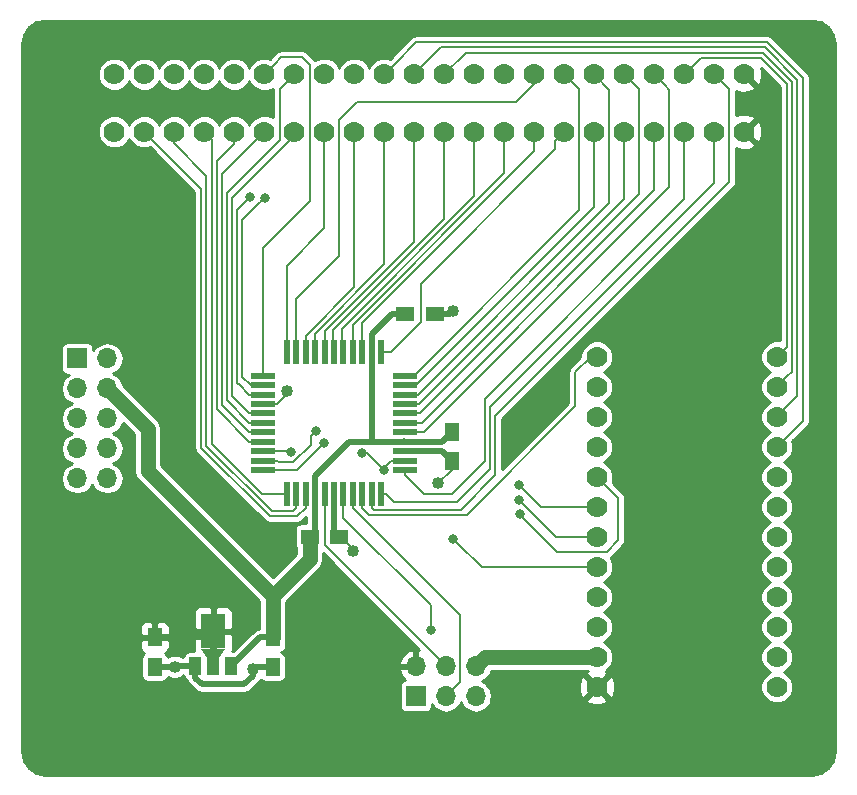
<source format=gtl>
G04 #@! TF.FileFunction,Copper,L1,Top,Signal*
%FSLAX46Y46*%
G04 Gerber Fmt 4.6, Leading zero omitted, Abs format (unit mm)*
G04 Created by KiCad (PCBNEW 4.0.1-stable) date Monday, April 10, 2017 'AMt' 12:08:22 AM*
%MOMM*%
G01*
G04 APERTURE LIST*
%ADD10C,0.100000*%
%ADD11R,1.250000X1.500000*%
%ADD12R,1.500000X1.250000*%
%ADD13R,2.000000X0.500000*%
%ADD14R,0.500000X2.000000*%
%ADD15R,1.000000X1.500000*%
%ADD16R,2.000000X3.000000*%
%ADD17R,1.700000X1.700000*%
%ADD18O,1.700000X1.700000*%
%ADD19C,1.778000*%
%ADD20C,1.016000*%
%ADD21C,0.812800*%
%ADD22C,0.508000*%
%ADD23C,1.270000*%
%ADD24C,0.177800*%
%ADD25C,0.254000*%
G04 APERTURE END LIST*
D10*
D11*
X167020000Y-85390000D03*
X167020000Y-87890000D03*
D12*
X154940000Y-94280000D03*
X157440000Y-94280000D03*
D11*
X141820000Y-102800000D03*
X141820000Y-105300000D03*
X151800000Y-102800000D03*
X151800000Y-105300000D03*
D13*
X151010000Y-80640000D03*
X151010000Y-81440000D03*
X151010000Y-82240000D03*
X151010000Y-83040000D03*
X151010000Y-83840000D03*
X151010000Y-84640000D03*
X151010000Y-85440000D03*
X151010000Y-86240000D03*
X151010000Y-87040000D03*
X151010000Y-87840000D03*
X151010000Y-88640000D03*
D14*
X153010000Y-90640000D03*
X153810000Y-90640000D03*
X154610000Y-90640000D03*
X155410000Y-90640000D03*
X156210000Y-90640000D03*
X157010000Y-90640000D03*
X157810000Y-90640000D03*
X158610000Y-90640000D03*
X159410000Y-90640000D03*
X160210000Y-90640000D03*
X161010000Y-90640000D03*
D13*
X163010000Y-88640000D03*
X163010000Y-87840000D03*
X163010000Y-87040000D03*
X163010000Y-86240000D03*
X163010000Y-85440000D03*
X163010000Y-84640000D03*
X163010000Y-83840000D03*
X163010000Y-83040000D03*
X163010000Y-82240000D03*
X163010000Y-81440000D03*
X163010000Y-80640000D03*
D14*
X161010000Y-78640000D03*
X160210000Y-78640000D03*
X159410000Y-78640000D03*
X158610000Y-78640000D03*
X157810000Y-78640000D03*
X157010000Y-78640000D03*
X156210000Y-78640000D03*
X155410000Y-78640000D03*
X154610000Y-78640000D03*
X153810000Y-78640000D03*
X153010000Y-78640000D03*
D15*
X145280000Y-105250000D03*
X146780000Y-105250000D03*
X148280000Y-105250000D03*
D16*
X146780000Y-102290000D03*
D10*
G36*
X147780000Y-103765000D02*
X147280000Y-104515000D01*
X146280000Y-104515000D01*
X145780000Y-103765000D01*
X147780000Y-103765000D01*
X147780000Y-103765000D01*
G37*
D17*
X163930000Y-107780000D03*
D18*
X163930000Y-105240000D03*
X166470000Y-107780000D03*
X166470000Y-105240000D03*
X169010000Y-107780000D03*
X169010000Y-105240000D03*
D17*
X135260000Y-79180000D03*
D18*
X137800000Y-79180000D03*
X135260000Y-81720000D03*
X137800000Y-81720000D03*
X135260000Y-84260000D03*
X137800000Y-84260000D03*
X135260000Y-86800000D03*
X137800000Y-86800000D03*
X135260000Y-89340000D03*
X137800000Y-89340000D03*
D19*
X179270000Y-107000000D03*
X194510000Y-107000000D03*
X179270000Y-104460000D03*
X194510000Y-104460000D03*
X179270000Y-101920000D03*
X194510000Y-101920000D03*
X179270000Y-99380000D03*
X194510000Y-99380000D03*
X179270000Y-96840000D03*
X194510000Y-96840000D03*
X179270000Y-94300000D03*
X194510000Y-94300000D03*
X179270000Y-91760000D03*
X194510000Y-91760000D03*
X179270000Y-89220000D03*
X194510000Y-89220000D03*
X179270000Y-86680000D03*
X194510000Y-86680000D03*
X179270000Y-84140000D03*
X194510000Y-84140000D03*
X179270000Y-81600000D03*
X194510000Y-81600000D03*
X179270000Y-79060000D03*
X194510000Y-79060000D03*
X191750000Y-55140000D03*
X191750000Y-59991400D03*
X189210000Y-55140000D03*
X189210000Y-59991400D03*
X186670000Y-55140000D03*
X186670000Y-59991400D03*
X184130000Y-55140000D03*
X184130000Y-59991400D03*
X181590000Y-55140000D03*
X181590000Y-59991400D03*
X179050000Y-55140000D03*
X179050000Y-59991400D03*
X176510000Y-55140000D03*
X176510000Y-59991400D03*
X173970000Y-55140000D03*
X173970000Y-59991400D03*
X171430000Y-55140000D03*
X171430000Y-59991400D03*
X168890000Y-55140000D03*
X168890000Y-59991400D03*
X166350000Y-55140000D03*
X166350000Y-59991400D03*
X163810000Y-55140000D03*
X163810000Y-59991400D03*
X161270000Y-55140000D03*
X161270000Y-59991400D03*
X158730000Y-55140000D03*
X158730000Y-59991400D03*
X156190000Y-55140000D03*
X156190000Y-59991400D03*
X153650000Y-55140000D03*
X153650000Y-59991400D03*
X151110000Y-55140000D03*
X151110000Y-59991400D03*
X148570000Y-55140000D03*
X148570000Y-59991400D03*
X146030000Y-55140000D03*
X146030000Y-59991400D03*
X143490000Y-55140000D03*
X143490000Y-59991400D03*
X140950000Y-55140000D03*
X140950000Y-59991400D03*
X138410000Y-55140000D03*
X138410000Y-59991400D03*
D12*
X163060000Y-75440000D03*
X165560000Y-75440000D03*
D20*
X165770000Y-89760002D03*
X167110000Y-75140000D03*
X152990000Y-81940000D03*
X158610000Y-95490000D03*
X150120000Y-105450000D03*
X143530000Y-105270000D03*
D21*
X151150000Y-65570000D03*
X149860000Y-65550000D03*
X153330000Y-87120000D03*
X167120000Y-94450000D03*
X155450000Y-85360000D03*
X172650000Y-89890000D03*
X156172518Y-86367480D03*
X172680000Y-91180000D03*
X159360000Y-87179998D03*
X172720000Y-92380000D03*
X161210000Y-88589320D03*
X165220000Y-102150000D03*
D22*
X160245598Y-86235598D02*
X158306402Y-86235598D01*
X155410000Y-89132000D02*
X155410000Y-90640000D01*
X160250000Y-86240000D02*
X160245598Y-86235598D01*
X158306402Y-86235598D02*
X155410000Y-89132000D01*
X160210000Y-78640000D02*
X160210000Y-80148000D01*
X160210000Y-80148000D02*
X160250000Y-80188000D01*
X160250000Y-80188000D02*
X160250000Y-86240000D01*
X160210000Y-78640000D02*
X160210000Y-77132000D01*
X160210000Y-77132000D02*
X161902000Y-75440000D01*
X161902000Y-75440000D02*
X162935000Y-75440000D01*
X162935000Y-75440000D02*
X163060000Y-75440000D01*
X163010000Y-86240000D02*
X160250000Y-86240000D01*
X163010000Y-86240000D02*
X162968001Y-86198001D01*
X155410000Y-90640000D02*
X155410000Y-93810000D01*
X155410000Y-93810000D02*
X154940000Y-94280000D01*
D23*
X154940000Y-94280000D02*
X154940000Y-96175000D01*
X154940000Y-96175000D02*
X151845000Y-99270000D01*
X151845000Y-99270000D02*
X151800000Y-99270000D01*
D22*
X163010000Y-86240000D02*
X166170000Y-86240000D01*
X166170000Y-86240000D02*
X167020000Y-85390000D01*
D23*
X137800000Y-81720000D02*
X141220000Y-85140000D01*
X141220000Y-85140000D02*
X141220000Y-88690000D01*
X141220000Y-88690000D02*
X151800000Y-99270000D01*
X151800000Y-99270000D02*
X151800000Y-102675000D01*
X151800000Y-102675000D02*
X151800000Y-102800000D01*
D22*
X151800000Y-102800000D02*
X150730000Y-102800000D01*
X150730000Y-102800000D02*
X148280000Y-105250000D01*
D24*
X167020000Y-87890000D02*
X167020000Y-88590000D01*
X167020000Y-88590000D02*
X165849998Y-89760002D01*
X165849998Y-89760002D02*
X165770000Y-89760002D01*
D22*
X165560000Y-75440000D02*
X166810000Y-75440000D01*
X166810000Y-75440000D02*
X167110000Y-75140000D01*
D24*
X151010000Y-83040000D02*
X152187800Y-83040000D01*
X152187800Y-83040000D02*
X152990000Y-82237800D01*
X152990000Y-82237800D02*
X152990000Y-81940000D01*
X157440000Y-94280000D02*
X157530000Y-94280000D01*
X157530000Y-94280000D02*
X158610000Y-95360000D01*
X158610000Y-95360000D02*
X158610000Y-95490000D01*
D22*
X157010000Y-90640000D02*
X157010000Y-93850000D01*
X157010000Y-93850000D02*
X157440000Y-94280000D01*
X163010000Y-87040000D02*
X166170000Y-87040000D01*
X166170000Y-87040000D02*
X167020000Y-87890000D01*
D23*
X169010000Y-105240000D02*
X169750000Y-104500000D01*
X169750000Y-104500000D02*
X179230000Y-104500000D01*
X179230000Y-104500000D02*
X179270000Y-104460000D01*
D22*
X150120000Y-105450000D02*
X150120000Y-106050000D01*
X150120000Y-106050000D02*
X149420000Y-106750000D01*
X149420000Y-106750000D02*
X145790000Y-106750000D01*
X145790000Y-106750000D02*
X145280000Y-106240000D01*
X145280000Y-106240000D02*
X145280000Y-105250000D01*
X151800000Y-105300000D02*
X150270000Y-105300000D01*
X150270000Y-105300000D02*
X150120000Y-105450000D01*
X143530000Y-105270000D02*
X141850000Y-105270000D01*
X141850000Y-105270000D02*
X141820000Y-105300000D01*
X145280000Y-105250000D02*
X143550000Y-105250000D01*
X143550000Y-105250000D02*
X143530000Y-105270000D01*
X141820000Y-102800000D02*
X141820000Y-102925000D01*
X146780000Y-104140000D02*
X146780000Y-105250000D01*
X146780000Y-102290000D02*
X146780000Y-104140000D01*
X141820000Y-102800000D02*
X146270000Y-102800000D01*
X146270000Y-102800000D02*
X146780000Y-102290000D01*
D24*
X189210000Y-55140000D02*
X190470000Y-56400000D01*
X190470000Y-56400000D02*
X190470000Y-64270000D01*
X160375101Y-91982901D02*
X160210000Y-91817800D01*
X190470000Y-64270000D02*
X170663622Y-84076378D01*
X170663622Y-84076378D02*
X170663622Y-89046378D01*
X170663622Y-89046378D02*
X167727099Y-91982901D01*
X167727099Y-91982901D02*
X160375101Y-91982901D01*
X160210000Y-91817800D02*
X160210000Y-90640000D01*
X189210000Y-59991400D02*
X189210000Y-64300000D01*
X189210000Y-64300000D02*
X170231811Y-83278189D01*
X170231811Y-83278189D02*
X170231811Y-88548189D01*
X170231811Y-88548189D02*
X167460000Y-91320000D01*
X167460000Y-91320000D02*
X162117800Y-91320000D01*
X161437800Y-90640000D02*
X161010000Y-90640000D01*
X162117800Y-91320000D02*
X161437800Y-90640000D01*
X194510000Y-79060000D02*
X195380000Y-78190000D01*
X195380000Y-78190000D02*
X195380000Y-55962016D01*
X195380000Y-55962016D02*
X193137984Y-53720000D01*
X193137984Y-53720000D02*
X188090000Y-53720000D01*
X188090000Y-53720000D02*
X187558999Y-54251001D01*
X187558999Y-54251001D02*
X186670000Y-55140000D01*
X163010000Y-89067800D02*
X163010000Y-88640000D01*
X164593102Y-90650902D02*
X163010000Y-89067800D01*
X167009098Y-90650902D02*
X164593102Y-90650902D01*
X169800000Y-87860000D02*
X167009098Y-90650902D01*
X186670000Y-59991400D02*
X186670000Y-65720000D01*
X186670000Y-65720000D02*
X169800000Y-82590000D01*
X169800000Y-82590000D02*
X169800000Y-87860000D01*
X163010000Y-85440000D02*
X164640000Y-85440000D01*
X164640000Y-85440000D02*
X185410000Y-64670000D01*
X185410000Y-56420000D02*
X185018999Y-56028999D01*
X185410000Y-64670000D02*
X185410000Y-56420000D01*
X185018999Y-56028999D02*
X184130000Y-55140000D01*
X184130000Y-61248635D02*
X184130000Y-59991400D01*
X184130000Y-64952688D02*
X184130000Y-61248635D01*
X164442688Y-84640000D02*
X184130000Y-64952688D01*
X163010000Y-84640000D02*
X164442688Y-84640000D01*
X181590000Y-55140000D02*
X182860000Y-56410000D01*
X182860000Y-65280000D02*
X164300000Y-83840000D01*
X182860000Y-56410000D02*
X182860000Y-65280000D01*
X164300000Y-83840000D02*
X163010000Y-83840000D01*
X181590000Y-59991400D02*
X181590000Y-65660000D01*
X181590000Y-65660000D02*
X164210000Y-83040000D01*
X164210000Y-83040000D02*
X163010000Y-83040000D01*
X179050000Y-55140000D02*
X180330000Y-56420000D01*
X164090000Y-82240000D02*
X163010000Y-82240000D01*
X180330000Y-56420000D02*
X180330000Y-66000000D01*
X180330000Y-66000000D02*
X164090000Y-82240000D01*
X179050000Y-59991400D02*
X179050000Y-66370000D01*
X179050000Y-66370000D02*
X163980000Y-81440000D01*
X163980000Y-81440000D02*
X163010000Y-81440000D01*
X176510000Y-55140000D02*
X177770000Y-56400000D01*
X177770000Y-56400000D02*
X177770000Y-66610000D01*
X177770000Y-66610000D02*
X163740000Y-80640000D01*
X163740000Y-80640000D02*
X163010000Y-80640000D01*
X176510000Y-59991400D02*
X175748001Y-60753399D01*
X175748001Y-60753399D02*
X175748001Y-61493343D01*
X175748001Y-61493343D02*
X164370672Y-72870672D01*
X164370672Y-72870672D02*
X164370672Y-76121550D01*
X164370672Y-76121550D02*
X161852222Y-78640000D01*
X161852222Y-78640000D02*
X161010000Y-78640000D01*
X153810000Y-78640000D02*
X153810000Y-74110000D01*
X153810000Y-74110000D02*
X157421901Y-70498099D01*
X157421901Y-70498099D02*
X157421901Y-59008099D01*
X157421901Y-59008099D02*
X158960000Y-57470000D01*
X172410000Y-57470000D02*
X173960000Y-55920000D01*
X158960000Y-57470000D02*
X172410000Y-57470000D01*
X173960000Y-55920000D02*
X173960000Y-55150000D01*
X173960000Y-55150000D02*
X173970000Y-55140000D01*
X173970000Y-61584032D02*
X173970000Y-61248635D01*
X173970000Y-61248635D02*
X173970000Y-59991400D01*
X159410000Y-76144032D02*
X173970000Y-61584032D01*
X159410000Y-78640000D02*
X159410000Y-76144032D01*
X158610000Y-76333360D02*
X158610000Y-77462200D01*
X171430000Y-63513360D02*
X158610000Y-76333360D01*
X171430000Y-59991400D02*
X171430000Y-63513360D01*
X158610000Y-77462200D02*
X158610000Y-78640000D01*
X168890000Y-61248635D02*
X168890000Y-59991400D01*
X168890000Y-65442688D02*
X168890000Y-61248635D01*
X157680000Y-76652688D02*
X168890000Y-65442688D01*
X157680000Y-78430000D02*
X157680000Y-76652688D01*
X143490000Y-59991400D02*
X143490000Y-60980000D01*
X153810000Y-91817800D02*
X153810000Y-90640000D01*
X143490000Y-60980000D02*
X146207323Y-63697323D01*
X146207323Y-86566651D02*
X151728861Y-92088189D01*
X146207323Y-63697323D02*
X146207323Y-86566651D01*
X151728861Y-92088189D02*
X153539611Y-92088189D01*
X153539611Y-92088189D02*
X153810000Y-91817800D01*
X166350000Y-67372016D02*
X166350000Y-61248635D01*
X166350000Y-61248635D02*
X166350000Y-59991400D01*
X156940000Y-78470000D02*
X156940000Y-76782016D01*
X156940000Y-76782016D02*
X166350000Y-67372016D01*
X154610000Y-90640000D02*
X154610000Y-91817800D01*
X154610000Y-91817800D02*
X153907800Y-92520000D01*
X153907800Y-92520000D02*
X151550000Y-92520000D01*
X140950000Y-60030000D02*
X140950000Y-59991400D01*
X151550000Y-92520000D02*
X145775512Y-86745512D01*
X145775512Y-86745512D02*
X145775512Y-64855512D01*
X145775512Y-64855512D02*
X140950000Y-60030000D01*
X156210000Y-76901344D02*
X156210000Y-78700000D01*
X163810000Y-69301344D02*
X156210000Y-76901344D01*
X163810000Y-59991400D02*
X163810000Y-69301344D01*
X155380000Y-77120672D02*
X155380000Y-78870000D01*
X161270000Y-71230672D02*
X155380000Y-77120672D01*
X161270000Y-59991400D02*
X161270000Y-71230672D01*
X149942778Y-81440000D02*
X149230000Y-80727222D01*
X149230000Y-67490000D02*
X150743601Y-65976399D01*
X151010000Y-81440000D02*
X149942778Y-81440000D01*
X149230000Y-80727222D02*
X149230000Y-67490000D01*
X150743601Y-65976399D02*
X151150000Y-65570000D01*
X158730000Y-73160000D02*
X154610000Y-77280000D01*
X158730000Y-59991400D02*
X158730000Y-73160000D01*
X154610000Y-77280000D02*
X154610000Y-78730000D01*
X151010000Y-82240000D02*
X149832200Y-82240000D01*
X149832200Y-82240000D02*
X148952200Y-81360000D01*
X148952200Y-81360000D02*
X148910000Y-81360000D01*
X148910000Y-81360000D02*
X148798189Y-81248189D01*
X148798189Y-81248189D02*
X148798189Y-66611811D01*
X148798189Y-66611811D02*
X149860000Y-65550000D01*
X156190000Y-59991400D02*
X156190000Y-68170000D01*
X156190000Y-68170000D02*
X153010000Y-71350000D01*
X153010000Y-71350000D02*
X153010000Y-77462200D01*
X153010000Y-77462200D02*
X153010000Y-78640000D01*
X147934567Y-65185433D02*
X152418099Y-60701901D01*
X152761001Y-56028999D02*
X153650000Y-55140000D01*
X152418099Y-60701901D02*
X152418099Y-56371901D01*
X152418099Y-56371901D02*
X152761001Y-56028999D01*
X147934567Y-82742367D02*
X147934567Y-65185433D01*
X149832200Y-84640000D02*
X147934567Y-82742367D01*
X151010000Y-84640000D02*
X149832200Y-84640000D01*
X148366378Y-65603622D02*
X148366378Y-82374178D01*
X153650000Y-60320000D02*
X148366378Y-65603622D01*
X153650000Y-59991400D02*
X153650000Y-60320000D01*
X148366378Y-82374178D02*
X149832200Y-83840000D01*
X149832200Y-83840000D02*
X151010000Y-83840000D01*
X151010000Y-80640000D02*
X151010000Y-69800000D01*
X151998999Y-54251001D02*
X151110000Y-55140000D01*
X151010000Y-69800000D02*
X154958099Y-65851901D01*
X154958099Y-65851901D02*
X154958099Y-54338099D01*
X154958099Y-54338099D02*
X154310000Y-53690000D01*
X154310000Y-53690000D02*
X152560000Y-53690000D01*
X152560000Y-53690000D02*
X151998999Y-54251001D01*
X150221001Y-60880399D02*
X151110000Y-59991400D01*
X147502756Y-63598644D02*
X150221001Y-60880399D01*
X149832200Y-85440000D02*
X147502756Y-83110556D01*
X151010000Y-85440000D02*
X149832200Y-85440000D01*
X147502756Y-83110556D02*
X147502756Y-63598644D01*
X151010000Y-86240000D02*
X149832200Y-86240000D01*
X149832200Y-86240000D02*
X147070945Y-83478745D01*
X147070945Y-83478745D02*
X147070945Y-62489055D01*
X147070945Y-62489055D02*
X148560000Y-61000000D01*
X148560000Y-61000000D02*
X148560000Y-60001400D01*
X148560000Y-60001400D02*
X148570000Y-59991400D01*
X153010000Y-90640000D02*
X150891344Y-90640000D01*
X150891344Y-90640000D02*
X146639134Y-86387790D01*
X146639134Y-86387790D02*
X146639134Y-60599134D01*
X146639134Y-60599134D02*
X146031400Y-59991400D01*
X146031400Y-59991400D02*
X146030000Y-59991400D01*
X146030000Y-59991400D02*
X145920000Y-60101400D01*
X151010000Y-87040000D02*
X153250000Y-87040000D01*
X153250000Y-87040000D02*
X153330000Y-87120000D01*
X169510000Y-96840000D02*
X167526399Y-94856399D01*
X167526399Y-94856399D02*
X167120000Y-94450000D01*
X179270000Y-96840000D02*
X169510000Y-96840000D01*
X151010000Y-87840000D02*
X152187800Y-87840000D01*
X152187800Y-87840000D02*
X152327102Y-87979302D01*
X155043601Y-85766399D02*
X155450000Y-85360000D01*
X152327102Y-87979302D02*
X153545434Y-87979302D01*
X155043601Y-86481135D02*
X155043601Y-85766399D01*
X153545434Y-87979302D02*
X155043601Y-86481135D01*
X173056399Y-90296399D02*
X172650000Y-89890000D01*
X174520000Y-91760000D02*
X173056399Y-90296399D01*
X179270000Y-91760000D02*
X174520000Y-91760000D01*
X155766119Y-86773879D02*
X156172518Y-86367480D01*
X151010000Y-88640000D02*
X153899998Y-88640000D01*
X153899998Y-88640000D02*
X155766119Y-86773879D01*
X175800000Y-94300000D02*
X173086399Y-91586399D01*
X179270000Y-94300000D02*
X175800000Y-94300000D01*
X173086399Y-91586399D02*
X172680000Y-91180000D01*
X159800678Y-87179998D02*
X159360000Y-87179998D01*
X161210000Y-88589320D02*
X159800678Y-87179998D01*
X173126399Y-92786399D02*
X172720000Y-92380000D01*
X175871901Y-95531901D02*
X173126399Y-92786399D01*
X181060000Y-91010000D02*
X181060000Y-94590000D01*
X180118099Y-95531901D02*
X175871901Y-95531901D01*
X181060000Y-94590000D02*
X180118099Y-95531901D01*
X179270000Y-89220000D02*
X181060000Y-91010000D01*
X161210000Y-88462200D02*
X161210000Y-88589320D01*
X161832200Y-87840000D02*
X161210000Y-88462200D01*
X163010000Y-87840000D02*
X161832200Y-87840000D01*
X157810000Y-90640000D02*
X157810000Y-92657778D01*
X157810000Y-92657778D02*
X165220000Y-100067778D01*
X165220000Y-100067778D02*
X165220000Y-102150000D01*
X166470000Y-107780000D02*
X167662901Y-106587099D01*
X158610000Y-91817800D02*
X158610000Y-90640000D01*
X167662901Y-106587099D02*
X167662901Y-100870701D01*
X167662901Y-100870701D02*
X158610000Y-91817800D01*
X166470000Y-107780000D02*
X166880000Y-107780000D01*
X156210000Y-90640000D02*
X156210000Y-94980000D01*
X156210000Y-94980000D02*
X166470000Y-105240000D01*
X169010000Y-107780000D02*
X169620000Y-107780000D01*
X179270000Y-79060000D02*
X178740000Y-79060000D01*
X177440000Y-80360000D02*
X177440000Y-83210000D01*
X178740000Y-79060000D02*
X177440000Y-80360000D01*
X177440000Y-83210000D02*
X168235288Y-92414712D01*
X160006912Y-92414712D02*
X159410000Y-91817800D01*
X159410000Y-91817800D02*
X159410000Y-90640000D01*
X168235288Y-92414712D02*
X160006912Y-92414712D01*
X166350000Y-55140000D02*
X168201811Y-53288189D01*
X195398999Y-80711001D02*
X194510000Y-81600000D01*
X168201811Y-53288189D02*
X193316845Y-53288189D01*
X193316845Y-53288189D02*
X195811811Y-55783155D01*
X195811811Y-55783155D02*
X195811811Y-80298189D01*
X195811811Y-80298189D02*
X195398999Y-80711001D01*
X163810000Y-55140000D02*
X166093622Y-52856378D01*
X195398999Y-83251001D02*
X194510000Y-84140000D01*
X196243622Y-82406378D02*
X195398999Y-83251001D01*
X196243622Y-55604294D02*
X196243622Y-82406378D01*
X193495706Y-52856378D02*
X196243622Y-55604294D01*
X166093622Y-52856378D02*
X193495706Y-52856378D01*
X162158999Y-54251001D02*
X161270000Y-55140000D01*
X193674567Y-52424567D02*
X163985433Y-52424567D01*
X163985433Y-52424567D02*
X162158999Y-54251001D01*
X196675433Y-55425433D02*
X193674567Y-52424567D01*
X196675433Y-84514567D02*
X196675433Y-55425433D01*
X194510000Y-86680000D02*
X196675433Y-84514567D01*
D25*
G36*
X198229233Y-50739475D02*
X198847446Y-51152551D01*
X199260525Y-51770766D01*
X199417000Y-52557422D01*
X199417000Y-112442578D01*
X199260525Y-113229234D01*
X198847446Y-113847449D01*
X198229233Y-114260525D01*
X197442578Y-114417000D01*
X132557422Y-114417000D01*
X131770766Y-114260525D01*
X131152551Y-113847446D01*
X130739475Y-113229233D01*
X130583000Y-112442578D01*
X130583000Y-101923691D01*
X140560000Y-101923691D01*
X140560000Y-102514250D01*
X140718750Y-102673000D01*
X141693000Y-102673000D01*
X141693000Y-101573750D01*
X141947000Y-101573750D01*
X141947000Y-102673000D01*
X142921250Y-102673000D01*
X143080000Y-102514250D01*
X143080000Y-101923691D01*
X142983327Y-101690302D01*
X142804699Y-101511673D01*
X142571310Y-101415000D01*
X142105750Y-101415000D01*
X141947000Y-101573750D01*
X141693000Y-101573750D01*
X141534250Y-101415000D01*
X141068690Y-101415000D01*
X140835301Y-101511673D01*
X140656673Y-101690302D01*
X140560000Y-101923691D01*
X130583000Y-101923691D01*
X130583000Y-100663690D01*
X145145000Y-100663690D01*
X145145000Y-102004250D01*
X145303750Y-102163000D01*
X146653000Y-102163000D01*
X146653000Y-100313750D01*
X146907000Y-100313750D01*
X146907000Y-102163000D01*
X148256250Y-102163000D01*
X148415000Y-102004250D01*
X148415000Y-100663690D01*
X148318327Y-100430301D01*
X148139698Y-100251673D01*
X147906309Y-100155000D01*
X147065750Y-100155000D01*
X146907000Y-100313750D01*
X146653000Y-100313750D01*
X146494250Y-100155000D01*
X145653691Y-100155000D01*
X145420302Y-100251673D01*
X145241673Y-100430301D01*
X145145000Y-100663690D01*
X130583000Y-100663690D01*
X130583000Y-81720000D01*
X133875395Y-81720000D01*
X133978767Y-82239684D01*
X134273144Y-82680251D01*
X134713711Y-82974628D01*
X134790991Y-82990000D01*
X134713711Y-83005372D01*
X134273144Y-83299749D01*
X133978767Y-83740316D01*
X133875395Y-84260000D01*
X133978767Y-84779684D01*
X134273144Y-85220251D01*
X134713711Y-85514628D01*
X134790991Y-85530000D01*
X134713711Y-85545372D01*
X134273144Y-85839749D01*
X133978767Y-86280316D01*
X133875395Y-86800000D01*
X133978767Y-87319684D01*
X134273144Y-87760251D01*
X134713711Y-88054628D01*
X134790991Y-88070000D01*
X134713711Y-88085372D01*
X134273144Y-88379749D01*
X133978767Y-88820316D01*
X133875395Y-89340000D01*
X133978767Y-89859684D01*
X134273144Y-90300251D01*
X134713711Y-90594628D01*
X135233395Y-90698000D01*
X135286605Y-90698000D01*
X135806289Y-90594628D01*
X136246856Y-90300251D01*
X136530000Y-89876495D01*
X136813144Y-90300251D01*
X137253711Y-90594628D01*
X137773395Y-90698000D01*
X137826605Y-90698000D01*
X138346289Y-90594628D01*
X138786856Y-90300251D01*
X139081233Y-89859684D01*
X139184605Y-89340000D01*
X139081233Y-88820316D01*
X138786856Y-88379749D01*
X138346289Y-88085372D01*
X138269009Y-88070000D01*
X138346289Y-88054628D01*
X138786856Y-87760251D01*
X139081233Y-87319684D01*
X139184605Y-86800000D01*
X139081233Y-86280316D01*
X138786856Y-85839749D01*
X138346289Y-85545372D01*
X138269009Y-85530000D01*
X138346289Y-85514628D01*
X138786856Y-85220251D01*
X139081233Y-84779684D01*
X139108111Y-84644557D01*
X140077000Y-85613446D01*
X140077000Y-88690000D01*
X140164006Y-89127407D01*
X140411777Y-89498223D01*
X150657000Y-99743446D01*
X150657000Y-102052521D01*
X150438395Y-102096004D01*
X150191184Y-102261185D01*
X148470322Y-103982048D01*
X148387770Y-103982048D01*
X148415000Y-103916310D01*
X148415000Y-103821239D01*
X148427193Y-103782887D01*
X148415000Y-103712770D01*
X148415000Y-102575750D01*
X148256250Y-102417000D01*
X146907000Y-102417000D01*
X146907000Y-105162440D01*
X146927000Y-105162440D01*
X146927000Y-105377000D01*
X146907000Y-105377000D01*
X146907000Y-105397000D01*
X146653000Y-105397000D01*
X146653000Y-105377000D01*
X146633000Y-105377000D01*
X146633000Y-105162440D01*
X146653000Y-105162440D01*
X146653000Y-102417000D01*
X145303750Y-102417000D01*
X145145000Y-102575750D01*
X145145000Y-103800008D01*
X145144016Y-103886255D01*
X145145000Y-103888661D01*
X145145000Y-103916310D01*
X145172230Y-103982048D01*
X144780000Y-103982048D01*
X144591747Y-104017470D01*
X144418847Y-104128728D01*
X144302855Y-104298488D01*
X144264478Y-104488000D01*
X144184953Y-104488000D01*
X144106269Y-104409179D01*
X143732982Y-104254176D01*
X143328792Y-104253824D01*
X142955234Y-104408175D01*
X142939265Y-104424116D01*
X142927530Y-104361747D01*
X142816272Y-104188847D01*
X142720313Y-104123281D01*
X142804699Y-104088327D01*
X142983327Y-103909698D01*
X143080000Y-103676309D01*
X143080000Y-103085750D01*
X142921250Y-102927000D01*
X141947000Y-102927000D01*
X141947000Y-102947000D01*
X141693000Y-102947000D01*
X141693000Y-102927000D01*
X140718750Y-102927000D01*
X140560000Y-103085750D01*
X140560000Y-103676309D01*
X140656673Y-103909698D01*
X140835301Y-104088327D01*
X140919886Y-104123363D01*
X140833847Y-104178728D01*
X140717855Y-104348488D01*
X140677048Y-104550000D01*
X140677048Y-106050000D01*
X140712470Y-106238253D01*
X140823728Y-106411153D01*
X140993488Y-106527145D01*
X141195000Y-106567952D01*
X142445000Y-106567952D01*
X142633253Y-106532530D01*
X142806153Y-106421272D01*
X142922145Y-106251512D01*
X142947790Y-106124870D01*
X142953731Y-106130821D01*
X143327018Y-106285824D01*
X143731208Y-106286176D01*
X144104766Y-106131825D01*
X144224800Y-106012000D01*
X144264306Y-106012000D01*
X144297470Y-106188253D01*
X144408728Y-106361153D01*
X144563077Y-106466615D01*
X144576004Y-106531605D01*
X144716417Y-106741747D01*
X144741185Y-106778815D01*
X145251185Y-107288815D01*
X145498395Y-107453996D01*
X145790000Y-107512000D01*
X149420000Y-107512000D01*
X149711605Y-107453996D01*
X149958815Y-107288815D01*
X150658815Y-106588816D01*
X150790873Y-106391176D01*
X150803728Y-106411153D01*
X150973488Y-106527145D01*
X151175000Y-106567952D01*
X152425000Y-106567952D01*
X152613253Y-106532530D01*
X152786153Y-106421272D01*
X152902145Y-106251512D01*
X152942952Y-106050000D01*
X152942952Y-104883108D01*
X162488514Y-104883108D01*
X162609181Y-105113000D01*
X163803000Y-105113000D01*
X163803000Y-103919845D01*
X163573110Y-103798524D01*
X163163076Y-103968355D01*
X162734817Y-104358642D01*
X162488514Y-104883108D01*
X152942952Y-104883108D01*
X152942952Y-104550000D01*
X152907530Y-104361747D01*
X152796272Y-104188847D01*
X152626512Y-104072855D01*
X152516905Y-104050659D01*
X152613253Y-104032530D01*
X152786153Y-103921272D01*
X152902145Y-103751512D01*
X152942952Y-103550000D01*
X152942952Y-102800241D01*
X152943000Y-102800000D01*
X152943000Y-99788446D01*
X155748223Y-96983223D01*
X155995994Y-96612407D01*
X156083000Y-96175000D01*
X156083000Y-95697144D01*
X164219791Y-103833935D01*
X164057000Y-103919845D01*
X164057000Y-105113000D01*
X164077000Y-105113000D01*
X164077000Y-105367000D01*
X164057000Y-105367000D01*
X164057000Y-105387000D01*
X163803000Y-105387000D01*
X163803000Y-105367000D01*
X162609181Y-105367000D01*
X162488514Y-105596892D01*
X162734817Y-106121358D01*
X163058275Y-106416136D01*
X162891747Y-106447470D01*
X162718847Y-106558728D01*
X162602855Y-106728488D01*
X162562048Y-106930000D01*
X162562048Y-108630000D01*
X162597470Y-108818253D01*
X162708728Y-108991153D01*
X162878488Y-109107145D01*
X163080000Y-109147952D01*
X164780000Y-109147952D01*
X164968253Y-109112530D01*
X165141153Y-109001272D01*
X165257145Y-108831512D01*
X165297952Y-108630000D01*
X165297952Y-108449879D01*
X165509749Y-108766856D01*
X165950316Y-109061233D01*
X166470000Y-109164605D01*
X166989684Y-109061233D01*
X167430251Y-108766856D01*
X167724628Y-108326289D01*
X167740000Y-108249009D01*
X167755372Y-108326289D01*
X168049749Y-108766856D01*
X168490316Y-109061233D01*
X169010000Y-109164605D01*
X169529684Y-109061233D01*
X169970251Y-108766856D01*
X170264628Y-108326289D01*
X170315170Y-108072196D01*
X178377409Y-108072196D01*
X178462467Y-108327539D01*
X179031965Y-108535516D01*
X179637700Y-108509723D01*
X180077533Y-108327539D01*
X180162591Y-108072196D01*
X179270000Y-107179605D01*
X178377409Y-108072196D01*
X170315170Y-108072196D01*
X170368000Y-107806605D01*
X170368000Y-107753395D01*
X170264628Y-107233711D01*
X169970251Y-106793144D01*
X169923589Y-106761965D01*
X177734484Y-106761965D01*
X177760277Y-107367700D01*
X177942461Y-107807533D01*
X178197804Y-107892591D01*
X179090395Y-107000000D01*
X179449605Y-107000000D01*
X180342196Y-107892591D01*
X180597539Y-107807533D01*
X180805516Y-107238035D01*
X180779723Y-106632300D01*
X180597539Y-106192467D01*
X180342196Y-106107409D01*
X179449605Y-107000000D01*
X179090395Y-107000000D01*
X178197804Y-106107409D01*
X177942461Y-106192467D01*
X177734484Y-106761965D01*
X169923589Y-106761965D01*
X169546495Y-106510000D01*
X169970251Y-106226856D01*
X170264628Y-105786289D01*
X170293130Y-105643000D01*
X178477002Y-105643000D01*
X178477630Y-105643629D01*
X178504818Y-105654919D01*
X178462467Y-105672461D01*
X178377409Y-105927804D01*
X179270000Y-106820395D01*
X180162591Y-105927804D01*
X180077533Y-105672461D01*
X180033120Y-105656242D01*
X180060303Y-105645010D01*
X180453629Y-105252370D01*
X180666757Y-104739100D01*
X180667242Y-104183339D01*
X180455010Y-103669697D01*
X180062370Y-103276371D01*
X179854488Y-103190051D01*
X180060303Y-103105010D01*
X180453629Y-102712370D01*
X180666757Y-102199100D01*
X180667242Y-101643339D01*
X180455010Y-101129697D01*
X180062370Y-100736371D01*
X179854488Y-100650051D01*
X180060303Y-100565010D01*
X180453629Y-100172370D01*
X180666757Y-99659100D01*
X180667242Y-99103339D01*
X180455010Y-98589697D01*
X180062370Y-98196371D01*
X179854488Y-98110051D01*
X180060303Y-98025010D01*
X180453629Y-97632370D01*
X180666757Y-97119100D01*
X180667242Y-96563339D01*
X180455010Y-96049697D01*
X180431763Y-96026409D01*
X180540171Y-95953973D01*
X181482072Y-95012072D01*
X181611464Y-94818424D01*
X181656900Y-94590000D01*
X181656900Y-91010000D01*
X181611464Y-90781576D01*
X181482072Y-90587928D01*
X180586507Y-89692363D01*
X180666757Y-89499100D01*
X180667242Y-88943339D01*
X180455010Y-88429697D01*
X180062370Y-88036371D01*
X179854488Y-87950051D01*
X180060303Y-87865010D01*
X180453629Y-87472370D01*
X180666757Y-86959100D01*
X180667242Y-86403339D01*
X180455010Y-85889697D01*
X180062370Y-85496371D01*
X179854488Y-85410051D01*
X180060303Y-85325010D01*
X180453629Y-84932370D01*
X180666757Y-84419100D01*
X180667242Y-83863339D01*
X180455010Y-83349697D01*
X180062370Y-82956371D01*
X179854488Y-82870051D01*
X180060303Y-82785010D01*
X180453629Y-82392370D01*
X180666757Y-81879100D01*
X180667242Y-81323339D01*
X180455010Y-80809697D01*
X180062370Y-80416371D01*
X179854488Y-80330051D01*
X180060303Y-80245010D01*
X180453629Y-79852370D01*
X180666757Y-79339100D01*
X180667242Y-78783339D01*
X180455010Y-78269697D01*
X180062370Y-77876371D01*
X179549100Y-77663243D01*
X178993339Y-77662758D01*
X178479697Y-77874990D01*
X178086371Y-78267630D01*
X177873243Y-78780900D01*
X177872979Y-79082877D01*
X177017928Y-79937928D01*
X176888536Y-80131576D01*
X176843100Y-80360000D01*
X176843100Y-82962756D01*
X171260522Y-88545334D01*
X171260522Y-84323622D01*
X190892072Y-64692072D01*
X191021464Y-64498424D01*
X191066900Y-64270000D01*
X191066900Y-61364381D01*
X191511965Y-61526916D01*
X192117700Y-61501123D01*
X192557533Y-61318939D01*
X192642591Y-61063596D01*
X191750000Y-60171005D01*
X191735858Y-60185148D01*
X191556253Y-60005543D01*
X191570395Y-59991400D01*
X191929605Y-59991400D01*
X192822196Y-60883991D01*
X193077539Y-60798933D01*
X193285516Y-60229435D01*
X193259723Y-59623700D01*
X193077539Y-59183867D01*
X192822196Y-59098809D01*
X191929605Y-59991400D01*
X191570395Y-59991400D01*
X191556253Y-59977258D01*
X191735858Y-59797653D01*
X191750000Y-59811795D01*
X192642591Y-58919204D01*
X192557533Y-58663861D01*
X191988035Y-58455884D01*
X191382300Y-58481677D01*
X191066900Y-58612319D01*
X191066900Y-56512981D01*
X191511965Y-56675516D01*
X192117700Y-56649723D01*
X192557533Y-56467539D01*
X192642591Y-56212196D01*
X191750000Y-55319605D01*
X191735858Y-55333748D01*
X191556253Y-55154143D01*
X191570395Y-55140000D01*
X191556253Y-55125858D01*
X191735858Y-54946253D01*
X191750000Y-54960395D01*
X191764143Y-54946253D01*
X191943748Y-55125858D01*
X191929605Y-55140000D01*
X192822196Y-56032591D01*
X193077539Y-55947533D01*
X193285516Y-55378035D01*
X193259723Y-54772300D01*
X193198617Y-54624777D01*
X194783100Y-56209260D01*
X194783100Y-77663238D01*
X194233339Y-77662758D01*
X193719697Y-77874990D01*
X193326371Y-78267630D01*
X193113243Y-78780900D01*
X193112758Y-79336661D01*
X193324990Y-79850303D01*
X193717630Y-80243629D01*
X193925512Y-80329949D01*
X193719697Y-80414990D01*
X193326371Y-80807630D01*
X193113243Y-81320900D01*
X193112758Y-81876661D01*
X193324990Y-82390303D01*
X193717630Y-82783629D01*
X193925512Y-82869949D01*
X193719697Y-82954990D01*
X193326371Y-83347630D01*
X193113243Y-83860900D01*
X193112758Y-84416661D01*
X193324990Y-84930303D01*
X193717630Y-85323629D01*
X193925512Y-85409949D01*
X193719697Y-85494990D01*
X193326371Y-85887630D01*
X193113243Y-86400900D01*
X193112758Y-86956661D01*
X193324990Y-87470303D01*
X193717630Y-87863629D01*
X193925512Y-87949949D01*
X193719697Y-88034990D01*
X193326371Y-88427630D01*
X193113243Y-88940900D01*
X193112758Y-89496661D01*
X193324990Y-90010303D01*
X193717630Y-90403629D01*
X193925512Y-90489949D01*
X193719697Y-90574990D01*
X193326371Y-90967630D01*
X193113243Y-91480900D01*
X193112758Y-92036661D01*
X193324990Y-92550303D01*
X193717630Y-92943629D01*
X193925512Y-93029949D01*
X193719697Y-93114990D01*
X193326371Y-93507630D01*
X193113243Y-94020900D01*
X193112758Y-94576661D01*
X193324990Y-95090303D01*
X193717630Y-95483629D01*
X193925512Y-95569949D01*
X193719697Y-95654990D01*
X193326371Y-96047630D01*
X193113243Y-96560900D01*
X193112758Y-97116661D01*
X193324990Y-97630303D01*
X193717630Y-98023629D01*
X193925512Y-98109949D01*
X193719697Y-98194990D01*
X193326371Y-98587630D01*
X193113243Y-99100900D01*
X193112758Y-99656661D01*
X193324990Y-100170303D01*
X193717630Y-100563629D01*
X193925512Y-100649949D01*
X193719697Y-100734990D01*
X193326371Y-101127630D01*
X193113243Y-101640900D01*
X193112758Y-102196661D01*
X193324990Y-102710303D01*
X193717630Y-103103629D01*
X193925512Y-103189949D01*
X193719697Y-103274990D01*
X193326371Y-103667630D01*
X193113243Y-104180900D01*
X193112758Y-104736661D01*
X193324990Y-105250303D01*
X193717630Y-105643629D01*
X193925512Y-105729949D01*
X193719697Y-105814990D01*
X193326371Y-106207630D01*
X193113243Y-106720900D01*
X193112758Y-107276661D01*
X193324990Y-107790303D01*
X193717630Y-108183629D01*
X194230900Y-108396757D01*
X194786661Y-108397242D01*
X195300303Y-108185010D01*
X195693629Y-107792370D01*
X195906757Y-107279100D01*
X195907242Y-106723339D01*
X195695010Y-106209697D01*
X195302370Y-105816371D01*
X195094488Y-105730051D01*
X195300303Y-105645010D01*
X195693629Y-105252370D01*
X195906757Y-104739100D01*
X195907242Y-104183339D01*
X195695010Y-103669697D01*
X195302370Y-103276371D01*
X195094488Y-103190051D01*
X195300303Y-103105010D01*
X195693629Y-102712370D01*
X195906757Y-102199100D01*
X195907242Y-101643339D01*
X195695010Y-101129697D01*
X195302370Y-100736371D01*
X195094488Y-100650051D01*
X195300303Y-100565010D01*
X195693629Y-100172370D01*
X195906757Y-99659100D01*
X195907242Y-99103339D01*
X195695010Y-98589697D01*
X195302370Y-98196371D01*
X195094488Y-98110051D01*
X195300303Y-98025010D01*
X195693629Y-97632370D01*
X195906757Y-97119100D01*
X195907242Y-96563339D01*
X195695010Y-96049697D01*
X195302370Y-95656371D01*
X195094488Y-95570051D01*
X195300303Y-95485010D01*
X195693629Y-95092370D01*
X195906757Y-94579100D01*
X195907242Y-94023339D01*
X195695010Y-93509697D01*
X195302370Y-93116371D01*
X195094488Y-93030051D01*
X195300303Y-92945010D01*
X195693629Y-92552370D01*
X195906757Y-92039100D01*
X195907242Y-91483339D01*
X195695010Y-90969697D01*
X195302370Y-90576371D01*
X195094488Y-90490051D01*
X195300303Y-90405010D01*
X195693629Y-90012370D01*
X195906757Y-89499100D01*
X195907242Y-88943339D01*
X195695010Y-88429697D01*
X195302370Y-88036371D01*
X195094488Y-87950051D01*
X195300303Y-87865010D01*
X195693629Y-87472370D01*
X195906757Y-86959100D01*
X195907242Y-86403339D01*
X195826417Y-86207727D01*
X197097505Y-84936639D01*
X197226897Y-84742991D01*
X197272333Y-84514567D01*
X197272333Y-55425433D01*
X197226897Y-55197009D01*
X197097505Y-55003361D01*
X194096639Y-52002495D01*
X193902991Y-51873103D01*
X193674567Y-51827667D01*
X163985433Y-51827667D01*
X163757009Y-51873103D01*
X163563361Y-52002495D01*
X161742363Y-53823493D01*
X161549100Y-53743243D01*
X160993339Y-53742758D01*
X160479697Y-53954990D01*
X160086371Y-54347630D01*
X160000051Y-54555512D01*
X159915010Y-54349697D01*
X159522370Y-53956371D01*
X159009100Y-53743243D01*
X158453339Y-53742758D01*
X157939697Y-53954990D01*
X157546371Y-54347630D01*
X157460051Y-54555512D01*
X157375010Y-54349697D01*
X156982370Y-53956371D01*
X156469100Y-53743243D01*
X155913339Y-53742758D01*
X155404797Y-53952883D01*
X155380171Y-53916027D01*
X154732072Y-53267928D01*
X154538424Y-53138536D01*
X154310000Y-53093100D01*
X152560000Y-53093100D01*
X152331576Y-53138536D01*
X152137928Y-53267928D01*
X151582363Y-53823493D01*
X151389100Y-53743243D01*
X150833339Y-53742758D01*
X150319697Y-53954990D01*
X149926371Y-54347630D01*
X149840051Y-54555512D01*
X149755010Y-54349697D01*
X149362370Y-53956371D01*
X148849100Y-53743243D01*
X148293339Y-53742758D01*
X147779697Y-53954990D01*
X147386371Y-54347630D01*
X147300051Y-54555512D01*
X147215010Y-54349697D01*
X146822370Y-53956371D01*
X146309100Y-53743243D01*
X145753339Y-53742758D01*
X145239697Y-53954990D01*
X144846371Y-54347630D01*
X144760051Y-54555512D01*
X144675010Y-54349697D01*
X144282370Y-53956371D01*
X143769100Y-53743243D01*
X143213339Y-53742758D01*
X142699697Y-53954990D01*
X142306371Y-54347630D01*
X142220051Y-54555512D01*
X142135010Y-54349697D01*
X141742370Y-53956371D01*
X141229100Y-53743243D01*
X140673339Y-53742758D01*
X140159697Y-53954990D01*
X139766371Y-54347630D01*
X139680051Y-54555512D01*
X139595010Y-54349697D01*
X139202370Y-53956371D01*
X138689100Y-53743243D01*
X138133339Y-53742758D01*
X137619697Y-53954990D01*
X137226371Y-54347630D01*
X137013243Y-54860900D01*
X137012758Y-55416661D01*
X137224990Y-55930303D01*
X137617630Y-56323629D01*
X138130900Y-56536757D01*
X138686661Y-56537242D01*
X139200303Y-56325010D01*
X139593629Y-55932370D01*
X139679949Y-55724488D01*
X139764990Y-55930303D01*
X140157630Y-56323629D01*
X140670900Y-56536757D01*
X141226661Y-56537242D01*
X141740303Y-56325010D01*
X142133629Y-55932370D01*
X142219949Y-55724488D01*
X142304990Y-55930303D01*
X142697630Y-56323629D01*
X143210900Y-56536757D01*
X143766661Y-56537242D01*
X144280303Y-56325010D01*
X144673629Y-55932370D01*
X144759949Y-55724488D01*
X144844990Y-55930303D01*
X145237630Y-56323629D01*
X145750900Y-56536757D01*
X146306661Y-56537242D01*
X146820303Y-56325010D01*
X147213629Y-55932370D01*
X147299949Y-55724488D01*
X147384990Y-55930303D01*
X147777630Y-56323629D01*
X148290900Y-56536757D01*
X148846661Y-56537242D01*
X149360303Y-56325010D01*
X149753629Y-55932370D01*
X149839949Y-55724488D01*
X149924990Y-55930303D01*
X150317630Y-56323629D01*
X150830900Y-56536757D01*
X151386661Y-56537242D01*
X151824278Y-56356423D01*
X151821199Y-56371901D01*
X151821199Y-58774066D01*
X151389100Y-58594643D01*
X150833339Y-58594158D01*
X150319697Y-58806390D01*
X149926371Y-59199030D01*
X149840051Y-59406912D01*
X149755010Y-59201097D01*
X149362370Y-58807771D01*
X148849100Y-58594643D01*
X148293339Y-58594158D01*
X147779697Y-58806390D01*
X147386371Y-59199030D01*
X147300051Y-59406912D01*
X147215010Y-59201097D01*
X146822370Y-58807771D01*
X146309100Y-58594643D01*
X145753339Y-58594158D01*
X145239697Y-58806390D01*
X144846371Y-59199030D01*
X144760051Y-59406912D01*
X144675010Y-59201097D01*
X144282370Y-58807771D01*
X143769100Y-58594643D01*
X143213339Y-58594158D01*
X142699697Y-58806390D01*
X142306371Y-59199030D01*
X142220051Y-59406912D01*
X142135010Y-59201097D01*
X141742370Y-58807771D01*
X141229100Y-58594643D01*
X140673339Y-58594158D01*
X140159697Y-58806390D01*
X139766371Y-59199030D01*
X139680051Y-59406912D01*
X139595010Y-59201097D01*
X139202370Y-58807771D01*
X138689100Y-58594643D01*
X138133339Y-58594158D01*
X137619697Y-58806390D01*
X137226371Y-59199030D01*
X137013243Y-59712300D01*
X137012758Y-60268061D01*
X137224990Y-60781703D01*
X137617630Y-61175029D01*
X138130900Y-61388157D01*
X138686661Y-61388642D01*
X139200303Y-61176410D01*
X139593629Y-60783770D01*
X139679949Y-60575888D01*
X139764990Y-60781703D01*
X140157630Y-61175029D01*
X140670900Y-61388157D01*
X141226661Y-61388642D01*
X141394959Y-61319103D01*
X145178612Y-65102756D01*
X145178612Y-86745512D01*
X145224048Y-86973936D01*
X145353440Y-87167584D01*
X151127928Y-92942072D01*
X151321576Y-93071464D01*
X151550000Y-93116900D01*
X153907800Y-93116900D01*
X154136224Y-93071464D01*
X154329872Y-92942072D01*
X154648000Y-92623944D01*
X154648000Y-93137048D01*
X154190000Y-93137048D01*
X154001747Y-93172470D01*
X153828847Y-93283728D01*
X153712855Y-93453488D01*
X153672048Y-93655000D01*
X153672048Y-94905000D01*
X153707470Y-95093253D01*
X153797000Y-95232387D01*
X153797000Y-95701554D01*
X151822500Y-97676054D01*
X142363000Y-88216554D01*
X142363000Y-85140000D01*
X142275994Y-84702593D01*
X142028223Y-84331777D01*
X139127038Y-81430592D01*
X139081233Y-81200316D01*
X138786856Y-80759749D01*
X138346289Y-80465372D01*
X138269009Y-80450000D01*
X138346289Y-80434628D01*
X138786856Y-80140251D01*
X139081233Y-79699684D01*
X139184605Y-79180000D01*
X139081233Y-78660316D01*
X138786856Y-78219749D01*
X138346289Y-77925372D01*
X137826605Y-77822000D01*
X137773395Y-77822000D01*
X137253711Y-77925372D01*
X136813144Y-78219749D01*
X136627952Y-78496909D01*
X136627952Y-78330000D01*
X136592530Y-78141747D01*
X136481272Y-77968847D01*
X136311512Y-77852855D01*
X136110000Y-77812048D01*
X134410000Y-77812048D01*
X134221747Y-77847470D01*
X134048847Y-77958728D01*
X133932855Y-78128488D01*
X133892048Y-78330000D01*
X133892048Y-80030000D01*
X133927470Y-80218253D01*
X134038728Y-80391153D01*
X134208488Y-80507145D01*
X134410000Y-80547952D01*
X134590121Y-80547952D01*
X134273144Y-80759749D01*
X133978767Y-81200316D01*
X133875395Y-81720000D01*
X130583000Y-81720000D01*
X130583000Y-52557422D01*
X130739475Y-51770767D01*
X131152551Y-51152554D01*
X131770766Y-50739475D01*
X132557422Y-50583000D01*
X197442578Y-50583000D01*
X198229233Y-50739475D01*
X198229233Y-50739475D01*
G37*
X198229233Y-50739475D02*
X198847446Y-51152551D01*
X199260525Y-51770766D01*
X199417000Y-52557422D01*
X199417000Y-112442578D01*
X199260525Y-113229234D01*
X198847446Y-113847449D01*
X198229233Y-114260525D01*
X197442578Y-114417000D01*
X132557422Y-114417000D01*
X131770766Y-114260525D01*
X131152551Y-113847446D01*
X130739475Y-113229233D01*
X130583000Y-112442578D01*
X130583000Y-101923691D01*
X140560000Y-101923691D01*
X140560000Y-102514250D01*
X140718750Y-102673000D01*
X141693000Y-102673000D01*
X141693000Y-101573750D01*
X141947000Y-101573750D01*
X141947000Y-102673000D01*
X142921250Y-102673000D01*
X143080000Y-102514250D01*
X143080000Y-101923691D01*
X142983327Y-101690302D01*
X142804699Y-101511673D01*
X142571310Y-101415000D01*
X142105750Y-101415000D01*
X141947000Y-101573750D01*
X141693000Y-101573750D01*
X141534250Y-101415000D01*
X141068690Y-101415000D01*
X140835301Y-101511673D01*
X140656673Y-101690302D01*
X140560000Y-101923691D01*
X130583000Y-101923691D01*
X130583000Y-100663690D01*
X145145000Y-100663690D01*
X145145000Y-102004250D01*
X145303750Y-102163000D01*
X146653000Y-102163000D01*
X146653000Y-100313750D01*
X146907000Y-100313750D01*
X146907000Y-102163000D01*
X148256250Y-102163000D01*
X148415000Y-102004250D01*
X148415000Y-100663690D01*
X148318327Y-100430301D01*
X148139698Y-100251673D01*
X147906309Y-100155000D01*
X147065750Y-100155000D01*
X146907000Y-100313750D01*
X146653000Y-100313750D01*
X146494250Y-100155000D01*
X145653691Y-100155000D01*
X145420302Y-100251673D01*
X145241673Y-100430301D01*
X145145000Y-100663690D01*
X130583000Y-100663690D01*
X130583000Y-81720000D01*
X133875395Y-81720000D01*
X133978767Y-82239684D01*
X134273144Y-82680251D01*
X134713711Y-82974628D01*
X134790991Y-82990000D01*
X134713711Y-83005372D01*
X134273144Y-83299749D01*
X133978767Y-83740316D01*
X133875395Y-84260000D01*
X133978767Y-84779684D01*
X134273144Y-85220251D01*
X134713711Y-85514628D01*
X134790991Y-85530000D01*
X134713711Y-85545372D01*
X134273144Y-85839749D01*
X133978767Y-86280316D01*
X133875395Y-86800000D01*
X133978767Y-87319684D01*
X134273144Y-87760251D01*
X134713711Y-88054628D01*
X134790991Y-88070000D01*
X134713711Y-88085372D01*
X134273144Y-88379749D01*
X133978767Y-88820316D01*
X133875395Y-89340000D01*
X133978767Y-89859684D01*
X134273144Y-90300251D01*
X134713711Y-90594628D01*
X135233395Y-90698000D01*
X135286605Y-90698000D01*
X135806289Y-90594628D01*
X136246856Y-90300251D01*
X136530000Y-89876495D01*
X136813144Y-90300251D01*
X137253711Y-90594628D01*
X137773395Y-90698000D01*
X137826605Y-90698000D01*
X138346289Y-90594628D01*
X138786856Y-90300251D01*
X139081233Y-89859684D01*
X139184605Y-89340000D01*
X139081233Y-88820316D01*
X138786856Y-88379749D01*
X138346289Y-88085372D01*
X138269009Y-88070000D01*
X138346289Y-88054628D01*
X138786856Y-87760251D01*
X139081233Y-87319684D01*
X139184605Y-86800000D01*
X139081233Y-86280316D01*
X138786856Y-85839749D01*
X138346289Y-85545372D01*
X138269009Y-85530000D01*
X138346289Y-85514628D01*
X138786856Y-85220251D01*
X139081233Y-84779684D01*
X139108111Y-84644557D01*
X140077000Y-85613446D01*
X140077000Y-88690000D01*
X140164006Y-89127407D01*
X140411777Y-89498223D01*
X150657000Y-99743446D01*
X150657000Y-102052521D01*
X150438395Y-102096004D01*
X150191184Y-102261185D01*
X148470322Y-103982048D01*
X148387770Y-103982048D01*
X148415000Y-103916310D01*
X148415000Y-103821239D01*
X148427193Y-103782887D01*
X148415000Y-103712770D01*
X148415000Y-102575750D01*
X148256250Y-102417000D01*
X146907000Y-102417000D01*
X146907000Y-105162440D01*
X146927000Y-105162440D01*
X146927000Y-105377000D01*
X146907000Y-105377000D01*
X146907000Y-105397000D01*
X146653000Y-105397000D01*
X146653000Y-105377000D01*
X146633000Y-105377000D01*
X146633000Y-105162440D01*
X146653000Y-105162440D01*
X146653000Y-102417000D01*
X145303750Y-102417000D01*
X145145000Y-102575750D01*
X145145000Y-103800008D01*
X145144016Y-103886255D01*
X145145000Y-103888661D01*
X145145000Y-103916310D01*
X145172230Y-103982048D01*
X144780000Y-103982048D01*
X144591747Y-104017470D01*
X144418847Y-104128728D01*
X144302855Y-104298488D01*
X144264478Y-104488000D01*
X144184953Y-104488000D01*
X144106269Y-104409179D01*
X143732982Y-104254176D01*
X143328792Y-104253824D01*
X142955234Y-104408175D01*
X142939265Y-104424116D01*
X142927530Y-104361747D01*
X142816272Y-104188847D01*
X142720313Y-104123281D01*
X142804699Y-104088327D01*
X142983327Y-103909698D01*
X143080000Y-103676309D01*
X143080000Y-103085750D01*
X142921250Y-102927000D01*
X141947000Y-102927000D01*
X141947000Y-102947000D01*
X141693000Y-102947000D01*
X141693000Y-102927000D01*
X140718750Y-102927000D01*
X140560000Y-103085750D01*
X140560000Y-103676309D01*
X140656673Y-103909698D01*
X140835301Y-104088327D01*
X140919886Y-104123363D01*
X140833847Y-104178728D01*
X140717855Y-104348488D01*
X140677048Y-104550000D01*
X140677048Y-106050000D01*
X140712470Y-106238253D01*
X140823728Y-106411153D01*
X140993488Y-106527145D01*
X141195000Y-106567952D01*
X142445000Y-106567952D01*
X142633253Y-106532530D01*
X142806153Y-106421272D01*
X142922145Y-106251512D01*
X142947790Y-106124870D01*
X142953731Y-106130821D01*
X143327018Y-106285824D01*
X143731208Y-106286176D01*
X144104766Y-106131825D01*
X144224800Y-106012000D01*
X144264306Y-106012000D01*
X144297470Y-106188253D01*
X144408728Y-106361153D01*
X144563077Y-106466615D01*
X144576004Y-106531605D01*
X144716417Y-106741747D01*
X144741185Y-106778815D01*
X145251185Y-107288815D01*
X145498395Y-107453996D01*
X145790000Y-107512000D01*
X149420000Y-107512000D01*
X149711605Y-107453996D01*
X149958815Y-107288815D01*
X150658815Y-106588816D01*
X150790873Y-106391176D01*
X150803728Y-106411153D01*
X150973488Y-106527145D01*
X151175000Y-106567952D01*
X152425000Y-106567952D01*
X152613253Y-106532530D01*
X152786153Y-106421272D01*
X152902145Y-106251512D01*
X152942952Y-106050000D01*
X152942952Y-104883108D01*
X162488514Y-104883108D01*
X162609181Y-105113000D01*
X163803000Y-105113000D01*
X163803000Y-103919845D01*
X163573110Y-103798524D01*
X163163076Y-103968355D01*
X162734817Y-104358642D01*
X162488514Y-104883108D01*
X152942952Y-104883108D01*
X152942952Y-104550000D01*
X152907530Y-104361747D01*
X152796272Y-104188847D01*
X152626512Y-104072855D01*
X152516905Y-104050659D01*
X152613253Y-104032530D01*
X152786153Y-103921272D01*
X152902145Y-103751512D01*
X152942952Y-103550000D01*
X152942952Y-102800241D01*
X152943000Y-102800000D01*
X152943000Y-99788446D01*
X155748223Y-96983223D01*
X155995994Y-96612407D01*
X156083000Y-96175000D01*
X156083000Y-95697144D01*
X164219791Y-103833935D01*
X164057000Y-103919845D01*
X164057000Y-105113000D01*
X164077000Y-105113000D01*
X164077000Y-105367000D01*
X164057000Y-105367000D01*
X164057000Y-105387000D01*
X163803000Y-105387000D01*
X163803000Y-105367000D01*
X162609181Y-105367000D01*
X162488514Y-105596892D01*
X162734817Y-106121358D01*
X163058275Y-106416136D01*
X162891747Y-106447470D01*
X162718847Y-106558728D01*
X162602855Y-106728488D01*
X162562048Y-106930000D01*
X162562048Y-108630000D01*
X162597470Y-108818253D01*
X162708728Y-108991153D01*
X162878488Y-109107145D01*
X163080000Y-109147952D01*
X164780000Y-109147952D01*
X164968253Y-109112530D01*
X165141153Y-109001272D01*
X165257145Y-108831512D01*
X165297952Y-108630000D01*
X165297952Y-108449879D01*
X165509749Y-108766856D01*
X165950316Y-109061233D01*
X166470000Y-109164605D01*
X166989684Y-109061233D01*
X167430251Y-108766856D01*
X167724628Y-108326289D01*
X167740000Y-108249009D01*
X167755372Y-108326289D01*
X168049749Y-108766856D01*
X168490316Y-109061233D01*
X169010000Y-109164605D01*
X169529684Y-109061233D01*
X169970251Y-108766856D01*
X170264628Y-108326289D01*
X170315170Y-108072196D01*
X178377409Y-108072196D01*
X178462467Y-108327539D01*
X179031965Y-108535516D01*
X179637700Y-108509723D01*
X180077533Y-108327539D01*
X180162591Y-108072196D01*
X179270000Y-107179605D01*
X178377409Y-108072196D01*
X170315170Y-108072196D01*
X170368000Y-107806605D01*
X170368000Y-107753395D01*
X170264628Y-107233711D01*
X169970251Y-106793144D01*
X169923589Y-106761965D01*
X177734484Y-106761965D01*
X177760277Y-107367700D01*
X177942461Y-107807533D01*
X178197804Y-107892591D01*
X179090395Y-107000000D01*
X179449605Y-107000000D01*
X180342196Y-107892591D01*
X180597539Y-107807533D01*
X180805516Y-107238035D01*
X180779723Y-106632300D01*
X180597539Y-106192467D01*
X180342196Y-106107409D01*
X179449605Y-107000000D01*
X179090395Y-107000000D01*
X178197804Y-106107409D01*
X177942461Y-106192467D01*
X177734484Y-106761965D01*
X169923589Y-106761965D01*
X169546495Y-106510000D01*
X169970251Y-106226856D01*
X170264628Y-105786289D01*
X170293130Y-105643000D01*
X178477002Y-105643000D01*
X178477630Y-105643629D01*
X178504818Y-105654919D01*
X178462467Y-105672461D01*
X178377409Y-105927804D01*
X179270000Y-106820395D01*
X180162591Y-105927804D01*
X180077533Y-105672461D01*
X180033120Y-105656242D01*
X180060303Y-105645010D01*
X180453629Y-105252370D01*
X180666757Y-104739100D01*
X180667242Y-104183339D01*
X180455010Y-103669697D01*
X180062370Y-103276371D01*
X179854488Y-103190051D01*
X180060303Y-103105010D01*
X180453629Y-102712370D01*
X180666757Y-102199100D01*
X180667242Y-101643339D01*
X180455010Y-101129697D01*
X180062370Y-100736371D01*
X179854488Y-100650051D01*
X180060303Y-100565010D01*
X180453629Y-100172370D01*
X180666757Y-99659100D01*
X180667242Y-99103339D01*
X180455010Y-98589697D01*
X180062370Y-98196371D01*
X179854488Y-98110051D01*
X180060303Y-98025010D01*
X180453629Y-97632370D01*
X180666757Y-97119100D01*
X180667242Y-96563339D01*
X180455010Y-96049697D01*
X180431763Y-96026409D01*
X180540171Y-95953973D01*
X181482072Y-95012072D01*
X181611464Y-94818424D01*
X181656900Y-94590000D01*
X181656900Y-91010000D01*
X181611464Y-90781576D01*
X181482072Y-90587928D01*
X180586507Y-89692363D01*
X180666757Y-89499100D01*
X180667242Y-88943339D01*
X180455010Y-88429697D01*
X180062370Y-88036371D01*
X179854488Y-87950051D01*
X180060303Y-87865010D01*
X180453629Y-87472370D01*
X180666757Y-86959100D01*
X180667242Y-86403339D01*
X180455010Y-85889697D01*
X180062370Y-85496371D01*
X179854488Y-85410051D01*
X180060303Y-85325010D01*
X180453629Y-84932370D01*
X180666757Y-84419100D01*
X180667242Y-83863339D01*
X180455010Y-83349697D01*
X180062370Y-82956371D01*
X179854488Y-82870051D01*
X180060303Y-82785010D01*
X180453629Y-82392370D01*
X180666757Y-81879100D01*
X180667242Y-81323339D01*
X180455010Y-80809697D01*
X180062370Y-80416371D01*
X179854488Y-80330051D01*
X180060303Y-80245010D01*
X180453629Y-79852370D01*
X180666757Y-79339100D01*
X180667242Y-78783339D01*
X180455010Y-78269697D01*
X180062370Y-77876371D01*
X179549100Y-77663243D01*
X178993339Y-77662758D01*
X178479697Y-77874990D01*
X178086371Y-78267630D01*
X177873243Y-78780900D01*
X177872979Y-79082877D01*
X177017928Y-79937928D01*
X176888536Y-80131576D01*
X176843100Y-80360000D01*
X176843100Y-82962756D01*
X171260522Y-88545334D01*
X171260522Y-84323622D01*
X190892072Y-64692072D01*
X191021464Y-64498424D01*
X191066900Y-64270000D01*
X191066900Y-61364381D01*
X191511965Y-61526916D01*
X192117700Y-61501123D01*
X192557533Y-61318939D01*
X192642591Y-61063596D01*
X191750000Y-60171005D01*
X191735858Y-60185148D01*
X191556253Y-60005543D01*
X191570395Y-59991400D01*
X191929605Y-59991400D01*
X192822196Y-60883991D01*
X193077539Y-60798933D01*
X193285516Y-60229435D01*
X193259723Y-59623700D01*
X193077539Y-59183867D01*
X192822196Y-59098809D01*
X191929605Y-59991400D01*
X191570395Y-59991400D01*
X191556253Y-59977258D01*
X191735858Y-59797653D01*
X191750000Y-59811795D01*
X192642591Y-58919204D01*
X192557533Y-58663861D01*
X191988035Y-58455884D01*
X191382300Y-58481677D01*
X191066900Y-58612319D01*
X191066900Y-56512981D01*
X191511965Y-56675516D01*
X192117700Y-56649723D01*
X192557533Y-56467539D01*
X192642591Y-56212196D01*
X191750000Y-55319605D01*
X191735858Y-55333748D01*
X191556253Y-55154143D01*
X191570395Y-55140000D01*
X191556253Y-55125858D01*
X191735858Y-54946253D01*
X191750000Y-54960395D01*
X191764143Y-54946253D01*
X191943748Y-55125858D01*
X191929605Y-55140000D01*
X192822196Y-56032591D01*
X193077539Y-55947533D01*
X193285516Y-55378035D01*
X193259723Y-54772300D01*
X193198617Y-54624777D01*
X194783100Y-56209260D01*
X194783100Y-77663238D01*
X194233339Y-77662758D01*
X193719697Y-77874990D01*
X193326371Y-78267630D01*
X193113243Y-78780900D01*
X193112758Y-79336661D01*
X193324990Y-79850303D01*
X193717630Y-80243629D01*
X193925512Y-80329949D01*
X193719697Y-80414990D01*
X193326371Y-80807630D01*
X193113243Y-81320900D01*
X193112758Y-81876661D01*
X193324990Y-82390303D01*
X193717630Y-82783629D01*
X193925512Y-82869949D01*
X193719697Y-82954990D01*
X193326371Y-83347630D01*
X193113243Y-83860900D01*
X193112758Y-84416661D01*
X193324990Y-84930303D01*
X193717630Y-85323629D01*
X193925512Y-85409949D01*
X193719697Y-85494990D01*
X193326371Y-85887630D01*
X193113243Y-86400900D01*
X193112758Y-86956661D01*
X193324990Y-87470303D01*
X193717630Y-87863629D01*
X193925512Y-87949949D01*
X193719697Y-88034990D01*
X193326371Y-88427630D01*
X193113243Y-88940900D01*
X193112758Y-89496661D01*
X193324990Y-90010303D01*
X193717630Y-90403629D01*
X193925512Y-90489949D01*
X193719697Y-90574990D01*
X193326371Y-90967630D01*
X193113243Y-91480900D01*
X193112758Y-92036661D01*
X193324990Y-92550303D01*
X193717630Y-92943629D01*
X193925512Y-93029949D01*
X193719697Y-93114990D01*
X193326371Y-93507630D01*
X193113243Y-94020900D01*
X193112758Y-94576661D01*
X193324990Y-95090303D01*
X193717630Y-95483629D01*
X193925512Y-95569949D01*
X193719697Y-95654990D01*
X193326371Y-96047630D01*
X193113243Y-96560900D01*
X193112758Y-97116661D01*
X193324990Y-97630303D01*
X193717630Y-98023629D01*
X193925512Y-98109949D01*
X193719697Y-98194990D01*
X193326371Y-98587630D01*
X193113243Y-99100900D01*
X193112758Y-99656661D01*
X193324990Y-100170303D01*
X193717630Y-100563629D01*
X193925512Y-100649949D01*
X193719697Y-100734990D01*
X193326371Y-101127630D01*
X193113243Y-101640900D01*
X193112758Y-102196661D01*
X193324990Y-102710303D01*
X193717630Y-103103629D01*
X193925512Y-103189949D01*
X193719697Y-103274990D01*
X193326371Y-103667630D01*
X193113243Y-104180900D01*
X193112758Y-104736661D01*
X193324990Y-105250303D01*
X193717630Y-105643629D01*
X193925512Y-105729949D01*
X193719697Y-105814990D01*
X193326371Y-106207630D01*
X193113243Y-106720900D01*
X193112758Y-107276661D01*
X193324990Y-107790303D01*
X193717630Y-108183629D01*
X194230900Y-108396757D01*
X194786661Y-108397242D01*
X195300303Y-108185010D01*
X195693629Y-107792370D01*
X195906757Y-107279100D01*
X195907242Y-106723339D01*
X195695010Y-106209697D01*
X195302370Y-105816371D01*
X195094488Y-105730051D01*
X195300303Y-105645010D01*
X195693629Y-105252370D01*
X195906757Y-104739100D01*
X195907242Y-104183339D01*
X195695010Y-103669697D01*
X195302370Y-103276371D01*
X195094488Y-103190051D01*
X195300303Y-103105010D01*
X195693629Y-102712370D01*
X195906757Y-102199100D01*
X195907242Y-101643339D01*
X195695010Y-101129697D01*
X195302370Y-100736371D01*
X195094488Y-100650051D01*
X195300303Y-100565010D01*
X195693629Y-100172370D01*
X195906757Y-99659100D01*
X195907242Y-99103339D01*
X195695010Y-98589697D01*
X195302370Y-98196371D01*
X195094488Y-98110051D01*
X195300303Y-98025010D01*
X195693629Y-97632370D01*
X195906757Y-97119100D01*
X195907242Y-96563339D01*
X195695010Y-96049697D01*
X195302370Y-95656371D01*
X195094488Y-95570051D01*
X195300303Y-95485010D01*
X195693629Y-95092370D01*
X195906757Y-94579100D01*
X195907242Y-94023339D01*
X195695010Y-93509697D01*
X195302370Y-93116371D01*
X195094488Y-93030051D01*
X195300303Y-92945010D01*
X195693629Y-92552370D01*
X195906757Y-92039100D01*
X195907242Y-91483339D01*
X195695010Y-90969697D01*
X195302370Y-90576371D01*
X195094488Y-90490051D01*
X195300303Y-90405010D01*
X195693629Y-90012370D01*
X195906757Y-89499100D01*
X195907242Y-88943339D01*
X195695010Y-88429697D01*
X195302370Y-88036371D01*
X195094488Y-87950051D01*
X195300303Y-87865010D01*
X195693629Y-87472370D01*
X195906757Y-86959100D01*
X195907242Y-86403339D01*
X195826417Y-86207727D01*
X197097505Y-84936639D01*
X197226897Y-84742991D01*
X197272333Y-84514567D01*
X197272333Y-55425433D01*
X197226897Y-55197009D01*
X197097505Y-55003361D01*
X194096639Y-52002495D01*
X193902991Y-51873103D01*
X193674567Y-51827667D01*
X163985433Y-51827667D01*
X163757009Y-51873103D01*
X163563361Y-52002495D01*
X161742363Y-53823493D01*
X161549100Y-53743243D01*
X160993339Y-53742758D01*
X160479697Y-53954990D01*
X160086371Y-54347630D01*
X160000051Y-54555512D01*
X159915010Y-54349697D01*
X159522370Y-53956371D01*
X159009100Y-53743243D01*
X158453339Y-53742758D01*
X157939697Y-53954990D01*
X157546371Y-54347630D01*
X157460051Y-54555512D01*
X157375010Y-54349697D01*
X156982370Y-53956371D01*
X156469100Y-53743243D01*
X155913339Y-53742758D01*
X155404797Y-53952883D01*
X155380171Y-53916027D01*
X154732072Y-53267928D01*
X154538424Y-53138536D01*
X154310000Y-53093100D01*
X152560000Y-53093100D01*
X152331576Y-53138536D01*
X152137928Y-53267928D01*
X151582363Y-53823493D01*
X151389100Y-53743243D01*
X150833339Y-53742758D01*
X150319697Y-53954990D01*
X149926371Y-54347630D01*
X149840051Y-54555512D01*
X149755010Y-54349697D01*
X149362370Y-53956371D01*
X148849100Y-53743243D01*
X148293339Y-53742758D01*
X147779697Y-53954990D01*
X147386371Y-54347630D01*
X147300051Y-54555512D01*
X147215010Y-54349697D01*
X146822370Y-53956371D01*
X146309100Y-53743243D01*
X145753339Y-53742758D01*
X145239697Y-53954990D01*
X144846371Y-54347630D01*
X144760051Y-54555512D01*
X144675010Y-54349697D01*
X144282370Y-53956371D01*
X143769100Y-53743243D01*
X143213339Y-53742758D01*
X142699697Y-53954990D01*
X142306371Y-54347630D01*
X142220051Y-54555512D01*
X142135010Y-54349697D01*
X141742370Y-53956371D01*
X141229100Y-53743243D01*
X140673339Y-53742758D01*
X140159697Y-53954990D01*
X139766371Y-54347630D01*
X139680051Y-54555512D01*
X139595010Y-54349697D01*
X139202370Y-53956371D01*
X138689100Y-53743243D01*
X138133339Y-53742758D01*
X137619697Y-53954990D01*
X137226371Y-54347630D01*
X137013243Y-54860900D01*
X137012758Y-55416661D01*
X137224990Y-55930303D01*
X137617630Y-56323629D01*
X138130900Y-56536757D01*
X138686661Y-56537242D01*
X139200303Y-56325010D01*
X139593629Y-55932370D01*
X139679949Y-55724488D01*
X139764990Y-55930303D01*
X140157630Y-56323629D01*
X140670900Y-56536757D01*
X141226661Y-56537242D01*
X141740303Y-56325010D01*
X142133629Y-55932370D01*
X142219949Y-55724488D01*
X142304990Y-55930303D01*
X142697630Y-56323629D01*
X143210900Y-56536757D01*
X143766661Y-56537242D01*
X144280303Y-56325010D01*
X144673629Y-55932370D01*
X144759949Y-55724488D01*
X144844990Y-55930303D01*
X145237630Y-56323629D01*
X145750900Y-56536757D01*
X146306661Y-56537242D01*
X146820303Y-56325010D01*
X147213629Y-55932370D01*
X147299949Y-55724488D01*
X147384990Y-55930303D01*
X147777630Y-56323629D01*
X148290900Y-56536757D01*
X148846661Y-56537242D01*
X149360303Y-56325010D01*
X149753629Y-55932370D01*
X149839949Y-55724488D01*
X149924990Y-55930303D01*
X150317630Y-56323629D01*
X150830900Y-56536757D01*
X151386661Y-56537242D01*
X151824278Y-56356423D01*
X151821199Y-56371901D01*
X151821199Y-58774066D01*
X151389100Y-58594643D01*
X150833339Y-58594158D01*
X150319697Y-58806390D01*
X149926371Y-59199030D01*
X149840051Y-59406912D01*
X149755010Y-59201097D01*
X149362370Y-58807771D01*
X148849100Y-58594643D01*
X148293339Y-58594158D01*
X147779697Y-58806390D01*
X147386371Y-59199030D01*
X147300051Y-59406912D01*
X147215010Y-59201097D01*
X146822370Y-58807771D01*
X146309100Y-58594643D01*
X145753339Y-58594158D01*
X145239697Y-58806390D01*
X144846371Y-59199030D01*
X144760051Y-59406912D01*
X144675010Y-59201097D01*
X144282370Y-58807771D01*
X143769100Y-58594643D01*
X143213339Y-58594158D01*
X142699697Y-58806390D01*
X142306371Y-59199030D01*
X142220051Y-59406912D01*
X142135010Y-59201097D01*
X141742370Y-58807771D01*
X141229100Y-58594643D01*
X140673339Y-58594158D01*
X140159697Y-58806390D01*
X139766371Y-59199030D01*
X139680051Y-59406912D01*
X139595010Y-59201097D01*
X139202370Y-58807771D01*
X138689100Y-58594643D01*
X138133339Y-58594158D01*
X137619697Y-58806390D01*
X137226371Y-59199030D01*
X137013243Y-59712300D01*
X137012758Y-60268061D01*
X137224990Y-60781703D01*
X137617630Y-61175029D01*
X138130900Y-61388157D01*
X138686661Y-61388642D01*
X139200303Y-61176410D01*
X139593629Y-60783770D01*
X139679949Y-60575888D01*
X139764990Y-60781703D01*
X140157630Y-61175029D01*
X140670900Y-61388157D01*
X141226661Y-61388642D01*
X141394959Y-61319103D01*
X145178612Y-65102756D01*
X145178612Y-86745512D01*
X145224048Y-86973936D01*
X145353440Y-87167584D01*
X151127928Y-92942072D01*
X151321576Y-93071464D01*
X151550000Y-93116900D01*
X153907800Y-93116900D01*
X154136224Y-93071464D01*
X154329872Y-92942072D01*
X154648000Y-92623944D01*
X154648000Y-93137048D01*
X154190000Y-93137048D01*
X154001747Y-93172470D01*
X153828847Y-93283728D01*
X153712855Y-93453488D01*
X153672048Y-93655000D01*
X153672048Y-94905000D01*
X153707470Y-95093253D01*
X153797000Y-95232387D01*
X153797000Y-95701554D01*
X151822500Y-97676054D01*
X142363000Y-88216554D01*
X142363000Y-85140000D01*
X142275994Y-84702593D01*
X142028223Y-84331777D01*
X139127038Y-81430592D01*
X139081233Y-81200316D01*
X138786856Y-80759749D01*
X138346289Y-80465372D01*
X138269009Y-80450000D01*
X138346289Y-80434628D01*
X138786856Y-80140251D01*
X139081233Y-79699684D01*
X139184605Y-79180000D01*
X139081233Y-78660316D01*
X138786856Y-78219749D01*
X138346289Y-77925372D01*
X137826605Y-77822000D01*
X137773395Y-77822000D01*
X137253711Y-77925372D01*
X136813144Y-78219749D01*
X136627952Y-78496909D01*
X136627952Y-78330000D01*
X136592530Y-78141747D01*
X136481272Y-77968847D01*
X136311512Y-77852855D01*
X136110000Y-77812048D01*
X134410000Y-77812048D01*
X134221747Y-77847470D01*
X134048847Y-77958728D01*
X133932855Y-78128488D01*
X133892048Y-78330000D01*
X133892048Y-80030000D01*
X133927470Y-80218253D01*
X134038728Y-80391153D01*
X134208488Y-80507145D01*
X134410000Y-80547952D01*
X134590121Y-80547952D01*
X134273144Y-80759749D01*
X133978767Y-81200316D01*
X133875395Y-81720000D01*
X130583000Y-81720000D01*
X130583000Y-52557422D01*
X130739475Y-51770767D01*
X131152551Y-51152554D01*
X131770766Y-50739475D01*
X132557422Y-50583000D01*
X197442578Y-50583000D01*
X198229233Y-50739475D01*
M02*

</source>
